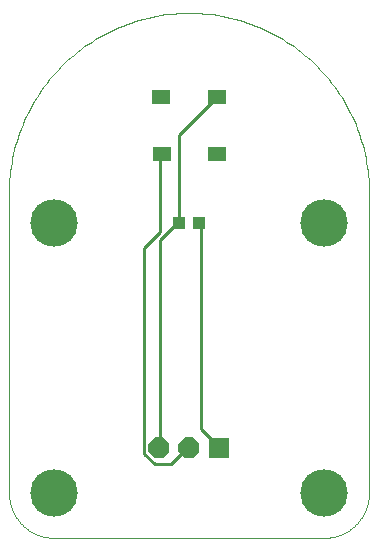
<source format=gtl>
G75*
%MOIN*%
%OFA0B0*%
%FSLAX25Y25*%
%IPPOS*%
%LPD*%
%AMOC8*
5,1,8,0,0,1.08239X$1,22.5*
%
%ADD10R,0.06102X0.04724*%
%ADD11R,0.04331X0.03937*%
%ADD12C,0.15811*%
%ADD13C,0.00000*%
%ADD14OC8,0.07000*%
%ADD15R,0.07000X0.07000*%
%ADD16C,0.01000*%
D10*
X0052445Y0132051D03*
X0052051Y0150949D03*
X0070949Y0150949D03*
X0070949Y0132051D03*
D11*
X0064846Y0109000D03*
X0058154Y0109000D03*
D12*
X0016500Y0109000D03*
X0016500Y0019000D03*
X0106500Y0019000D03*
X0106500Y0109000D03*
D13*
X0001500Y0119000D02*
X0001500Y0019000D01*
X0001504Y0018638D01*
X0001518Y0018275D01*
X0001539Y0017913D01*
X0001570Y0017552D01*
X0001609Y0017192D01*
X0001657Y0016833D01*
X0001714Y0016475D01*
X0001779Y0016118D01*
X0001853Y0015763D01*
X0001936Y0015410D01*
X0002027Y0015059D01*
X0002126Y0014711D01*
X0002234Y0014365D01*
X0002350Y0014021D01*
X0002475Y0013681D01*
X0002607Y0013344D01*
X0002748Y0013010D01*
X0002897Y0012679D01*
X0003054Y0012352D01*
X0003218Y0012029D01*
X0003390Y0011710D01*
X0003570Y0011396D01*
X0003758Y0011085D01*
X0003953Y0010780D01*
X0004155Y0010479D01*
X0004365Y0010183D01*
X0004581Y0009893D01*
X0004805Y0009607D01*
X0005035Y0009327D01*
X0005272Y0009053D01*
X0005516Y0008785D01*
X0005766Y0008522D01*
X0006022Y0008266D01*
X0006285Y0008016D01*
X0006553Y0007772D01*
X0006827Y0007535D01*
X0007107Y0007305D01*
X0007393Y0007081D01*
X0007683Y0006865D01*
X0007979Y0006655D01*
X0008280Y0006453D01*
X0008585Y0006258D01*
X0008896Y0006070D01*
X0009210Y0005890D01*
X0009529Y0005718D01*
X0009852Y0005554D01*
X0010179Y0005397D01*
X0010510Y0005248D01*
X0010844Y0005107D01*
X0011181Y0004975D01*
X0011521Y0004850D01*
X0011865Y0004734D01*
X0012211Y0004626D01*
X0012559Y0004527D01*
X0012910Y0004436D01*
X0013263Y0004353D01*
X0013618Y0004279D01*
X0013975Y0004214D01*
X0014333Y0004157D01*
X0014692Y0004109D01*
X0015052Y0004070D01*
X0015413Y0004039D01*
X0015775Y0004018D01*
X0016138Y0004004D01*
X0016500Y0004000D01*
X0106500Y0004000D01*
X0106862Y0004004D01*
X0107225Y0004018D01*
X0107587Y0004039D01*
X0107948Y0004070D01*
X0108308Y0004109D01*
X0108667Y0004157D01*
X0109025Y0004214D01*
X0109382Y0004279D01*
X0109737Y0004353D01*
X0110090Y0004436D01*
X0110441Y0004527D01*
X0110789Y0004626D01*
X0111135Y0004734D01*
X0111479Y0004850D01*
X0111819Y0004975D01*
X0112156Y0005107D01*
X0112490Y0005248D01*
X0112821Y0005397D01*
X0113148Y0005554D01*
X0113471Y0005718D01*
X0113790Y0005890D01*
X0114104Y0006070D01*
X0114415Y0006258D01*
X0114720Y0006453D01*
X0115021Y0006655D01*
X0115317Y0006865D01*
X0115607Y0007081D01*
X0115893Y0007305D01*
X0116173Y0007535D01*
X0116447Y0007772D01*
X0116715Y0008016D01*
X0116978Y0008266D01*
X0117234Y0008522D01*
X0117484Y0008785D01*
X0117728Y0009053D01*
X0117965Y0009327D01*
X0118195Y0009607D01*
X0118419Y0009893D01*
X0118635Y0010183D01*
X0118845Y0010479D01*
X0119047Y0010780D01*
X0119242Y0011085D01*
X0119430Y0011396D01*
X0119610Y0011710D01*
X0119782Y0012029D01*
X0119946Y0012352D01*
X0120103Y0012679D01*
X0120252Y0013010D01*
X0120393Y0013344D01*
X0120525Y0013681D01*
X0120650Y0014021D01*
X0120766Y0014365D01*
X0120874Y0014711D01*
X0120973Y0015059D01*
X0121064Y0015410D01*
X0121147Y0015763D01*
X0121221Y0016118D01*
X0121286Y0016475D01*
X0121343Y0016833D01*
X0121391Y0017192D01*
X0121430Y0017552D01*
X0121461Y0017913D01*
X0121482Y0018275D01*
X0121496Y0018638D01*
X0121500Y0019000D01*
X0121500Y0119000D01*
X0121482Y0120461D01*
X0121429Y0121921D01*
X0121340Y0123380D01*
X0121216Y0124836D01*
X0121056Y0126288D01*
X0120861Y0127736D01*
X0120630Y0129179D01*
X0120365Y0130616D01*
X0120065Y0132046D01*
X0119730Y0133468D01*
X0119360Y0134882D01*
X0118956Y0136286D01*
X0118518Y0137680D01*
X0118046Y0139063D01*
X0117541Y0140434D01*
X0117002Y0141792D01*
X0116431Y0143137D01*
X0115827Y0144467D01*
X0115191Y0145783D01*
X0114523Y0147082D01*
X0113823Y0148365D01*
X0113092Y0149630D01*
X0112331Y0150878D01*
X0111540Y0152106D01*
X0110719Y0153315D01*
X0109869Y0154503D01*
X0108990Y0155670D01*
X0108083Y0156816D01*
X0107148Y0157939D01*
X0106186Y0159039D01*
X0105198Y0160115D01*
X0104184Y0161167D01*
X0103144Y0162194D01*
X0102080Y0163195D01*
X0100992Y0164171D01*
X0099880Y0165119D01*
X0098746Y0166040D01*
X0097589Y0166933D01*
X0096412Y0167797D01*
X0095213Y0168633D01*
X0093994Y0169439D01*
X0092756Y0170216D01*
X0091500Y0170962D01*
X0090226Y0171677D01*
X0088935Y0172361D01*
X0087627Y0173013D01*
X0086304Y0173633D01*
X0084966Y0174221D01*
X0083615Y0174776D01*
X0082250Y0175298D01*
X0080873Y0175786D01*
X0079484Y0176241D01*
X0078085Y0176662D01*
X0076676Y0177049D01*
X0075258Y0177401D01*
X0073832Y0177719D01*
X0072398Y0178002D01*
X0070958Y0178250D01*
X0069513Y0178463D01*
X0068062Y0178640D01*
X0066608Y0178782D01*
X0065151Y0178889D01*
X0063691Y0178960D01*
X0062231Y0178996D01*
X0060769Y0178996D01*
X0059309Y0178960D01*
X0057849Y0178889D01*
X0056392Y0178782D01*
X0054938Y0178640D01*
X0053487Y0178463D01*
X0052042Y0178250D01*
X0050602Y0178002D01*
X0049168Y0177719D01*
X0047742Y0177401D01*
X0046324Y0177049D01*
X0044915Y0176662D01*
X0043516Y0176241D01*
X0042127Y0175786D01*
X0040750Y0175298D01*
X0039385Y0174776D01*
X0038034Y0174221D01*
X0036696Y0173633D01*
X0035373Y0173013D01*
X0034065Y0172361D01*
X0032774Y0171677D01*
X0031500Y0170962D01*
X0030244Y0170216D01*
X0029006Y0169439D01*
X0027787Y0168633D01*
X0026588Y0167797D01*
X0025411Y0166933D01*
X0024254Y0166040D01*
X0023120Y0165119D01*
X0022008Y0164171D01*
X0020920Y0163195D01*
X0019856Y0162194D01*
X0018816Y0161167D01*
X0017802Y0160115D01*
X0016814Y0159039D01*
X0015852Y0157939D01*
X0014917Y0156816D01*
X0014010Y0155670D01*
X0013131Y0154503D01*
X0012281Y0153315D01*
X0011460Y0152106D01*
X0010669Y0150878D01*
X0009908Y0149630D01*
X0009177Y0148365D01*
X0008477Y0147082D01*
X0007809Y0145783D01*
X0007173Y0144467D01*
X0006569Y0143137D01*
X0005998Y0141792D01*
X0005459Y0140434D01*
X0004954Y0139063D01*
X0004482Y0137680D01*
X0004044Y0136286D01*
X0003640Y0134882D01*
X0003270Y0133468D01*
X0002935Y0132046D01*
X0002635Y0130616D01*
X0002370Y0129179D01*
X0002139Y0127736D01*
X0001944Y0126288D01*
X0001784Y0124836D01*
X0001660Y0123380D01*
X0001571Y0121921D01*
X0001518Y0120461D01*
X0001500Y0119000D01*
D14*
X0051500Y0034000D03*
X0061500Y0034000D03*
D15*
X0071500Y0034000D03*
D16*
X0070800Y0034800D01*
X0065400Y0040200D01*
X0065400Y0108600D01*
X0064846Y0109000D01*
X0058200Y0109500D02*
X0058154Y0109000D01*
X0057300Y0108600D01*
X0051900Y0103200D01*
X0051900Y0034800D01*
X0051500Y0034000D01*
X0046500Y0032100D02*
X0050100Y0028500D01*
X0055500Y0028500D01*
X0060900Y0033900D01*
X0061500Y0034000D01*
X0046500Y0032100D02*
X0046500Y0100500D01*
X0051900Y0105900D01*
X0051900Y0132000D01*
X0052445Y0132051D01*
X0058200Y0138300D02*
X0070800Y0150900D01*
X0070949Y0150949D01*
X0058200Y0138300D02*
X0058200Y0109500D01*
M02*

</source>
